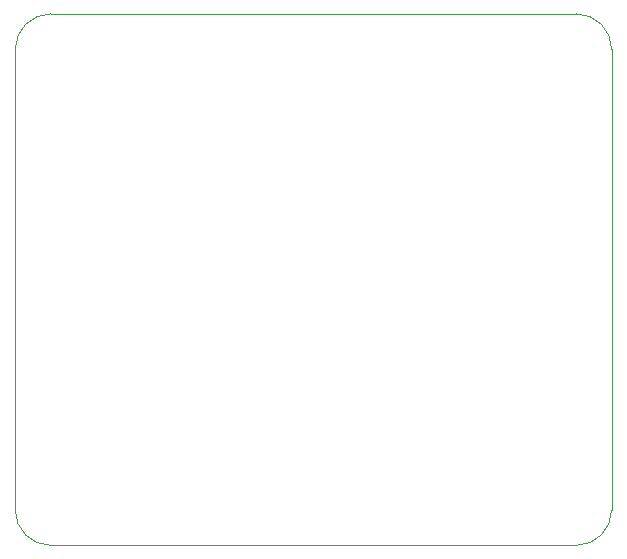
<source format=gbr>
%TF.GenerationSoftware,KiCad,Pcbnew,9.0.7*%
%TF.CreationDate,2026-03-27T12:23:22+02:00*%
%TF.ProjectId,FabAcademy2026EleDesign,46616241-6361-4646-956d-793230323645,rev?*%
%TF.SameCoordinates,Original*%
%TF.FileFunction,Profile,NP*%
%FSLAX46Y46*%
G04 Gerber Fmt 4.6, Leading zero omitted, Abs format (unit mm)*
G04 Created by KiCad (PCBNEW 9.0.7) date 2026-03-27 12:23:22*
%MOMM*%
%LPD*%
G01*
G04 APERTURE LIST*
%TA.AperFunction,Profile*%
%ADD10C,0.050000*%
%TD*%
G04 APERTURE END LIST*
D10*
X166500000Y-116500000D02*
G75*
G02*
X163500000Y-119500000I-3000000J0D01*
G01*
X116000000Y-77500000D02*
G75*
G02*
X119000000Y-74500000I3000000J0D01*
G01*
X119000000Y-74500000D02*
X163500000Y-74500000D01*
X163500000Y-119500000D02*
X119000000Y-119500000D01*
X116000000Y-116500000D02*
X116000000Y-77500000D01*
X119000000Y-119500000D02*
G75*
G02*
X116000000Y-116500000I0J3000000D01*
G01*
X166500000Y-77500000D02*
X166500000Y-116500000D01*
X163500000Y-74500000D02*
G75*
G02*
X166500000Y-77500000I0J-3000000D01*
G01*
M02*

</source>
